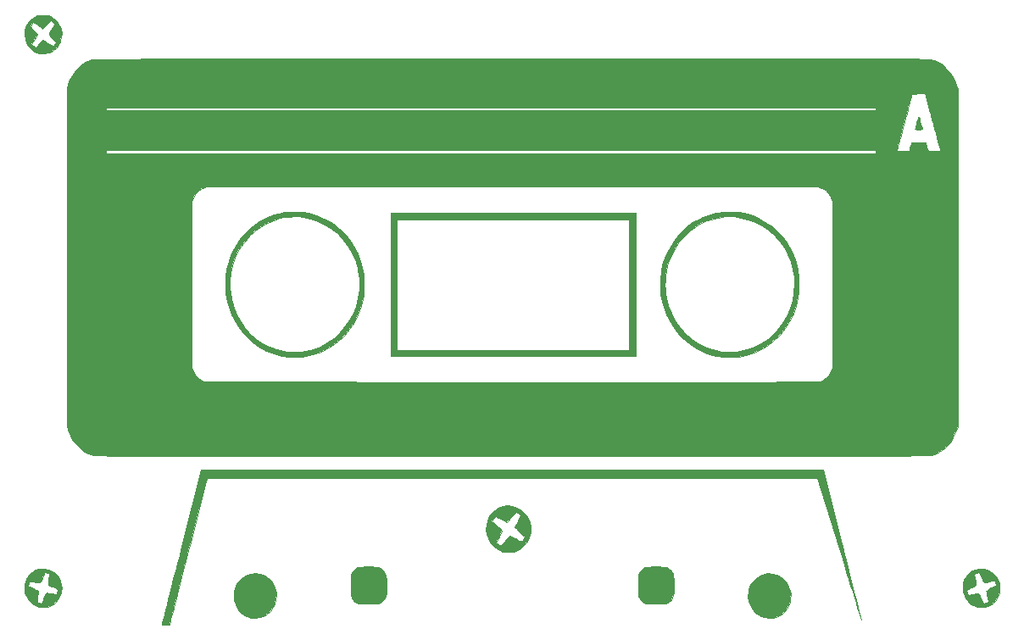
<source format=gbo>
%TF.GenerationSoftware,KiCad,Pcbnew,(5.1.9)-1*%
%TF.CreationDate,2021-11-29T08:04:12-06:00*%
%TF.ProjectId,chrimbus2021,63687269-6d62-4757-9332-3032312e6b69,rev?*%
%TF.SameCoordinates,Original*%
%TF.FileFunction,Legend,Bot*%
%TF.FilePolarity,Positive*%
%FSLAX46Y46*%
G04 Gerber Fmt 4.6, Leading zero omitted, Abs format (unit mm)*
G04 Created by KiCad (PCBNEW (5.1.9)-1) date 2021-11-29 08:04:12*
%MOMM*%
%LPD*%
G01*
G04 APERTURE LIST*
%ADD10C,0.100000*%
%ADD11C,0.010000*%
G04 APERTURE END LIST*
D10*
%TO.C,G\u002A\u002A\u002A*%
G36*
X91970000Y-106118000D02*
G01*
X92600000Y-106118000D01*
X92600000Y-91838000D01*
X91970000Y-91838000D01*
X91970000Y-106118000D01*
G37*
X91970000Y-106118000D02*
X92600000Y-106118000D01*
X92600000Y-91838000D01*
X91970000Y-91838000D01*
X91970000Y-106118000D01*
G36*
X91980000Y-106118000D02*
G01*
X116450000Y-106118000D01*
X116450000Y-105488000D01*
X91980000Y-105488000D01*
X91980000Y-106118000D01*
G37*
X91980000Y-106118000D02*
X116450000Y-106118000D01*
X116450000Y-105488000D01*
X91980000Y-105488000D01*
X91980000Y-106118000D01*
G36*
X115810000Y-106078000D02*
G01*
X116450000Y-106078000D01*
X116450000Y-91838000D01*
X115810000Y-91838000D01*
X115810000Y-106078000D01*
G37*
X115810000Y-106078000D02*
X116450000Y-106078000D01*
X116450000Y-91838000D01*
X115810000Y-91838000D01*
X115810000Y-106078000D01*
G36*
X91970000Y-92478000D02*
G01*
X116400000Y-92478000D01*
X116400000Y-91838000D01*
X91970000Y-91838000D01*
X91970000Y-92478000D01*
G37*
X91970000Y-92478000D02*
X116400000Y-92478000D01*
X116400000Y-91838000D01*
X91970000Y-91838000D01*
X91970000Y-92478000D01*
D11*
G36*
X144686208Y-82251414D02*
G01*
X144644018Y-82376257D01*
X144589238Y-82560095D01*
X144536226Y-82752589D01*
X144474828Y-82982841D01*
X144421310Y-83182758D01*
X144382181Y-83328070D01*
X144365567Y-83388861D01*
X144363500Y-83435059D01*
X144402585Y-83461935D01*
X144502271Y-83474537D01*
X144682006Y-83477914D01*
X144708737Y-83477940D01*
X144898081Y-83476288D01*
X145005601Y-83466827D01*
X145051268Y-83442797D01*
X145055056Y-83397439D01*
X145047166Y-83363411D01*
X144946539Y-82982019D01*
X144860566Y-82668201D01*
X144791433Y-82429453D01*
X144741325Y-82273272D01*
X144712429Y-82207156D01*
X144709529Y-82205395D01*
X144686208Y-82251414D01*
G37*
X144686208Y-82251414D02*
X144644018Y-82376257D01*
X144589238Y-82560095D01*
X144536226Y-82752589D01*
X144474828Y-82982841D01*
X144421310Y-83182758D01*
X144382181Y-83328070D01*
X144365567Y-83388861D01*
X144363500Y-83435059D01*
X144402585Y-83461935D01*
X144502271Y-83474537D01*
X144682006Y-83477914D01*
X144708737Y-83477940D01*
X144898081Y-83476288D01*
X145005601Y-83466827D01*
X145051268Y-83442797D01*
X145055056Y-83397439D01*
X145047166Y-83363411D01*
X144946539Y-82982019D01*
X144860566Y-82668201D01*
X144791433Y-82429453D01*
X144741325Y-82273272D01*
X144712429Y-82207156D01*
X144709529Y-82205395D01*
X144686208Y-82251414D01*
G36*
X82044425Y-91703578D02*
G01*
X81631665Y-91726448D01*
X81274130Y-91767053D01*
X81132385Y-91792562D01*
X80318049Y-92010485D01*
X79559453Y-92311840D01*
X78850644Y-92699913D01*
X78185672Y-93177994D01*
X77558585Y-93749369D01*
X77520955Y-93787799D01*
X76960057Y-94432547D01*
X76487472Y-95124238D01*
X76101157Y-95866820D01*
X75799067Y-96664243D01*
X75579159Y-97520457D01*
X75573015Y-97551085D01*
X75499420Y-98051561D01*
X75461066Y-98610647D01*
X75457953Y-99191442D01*
X75490081Y-99757047D01*
X75557450Y-100270562D01*
X75573015Y-100353090D01*
X75789502Y-101209115D01*
X76087988Y-102006379D01*
X76470989Y-102749732D01*
X76941020Y-103444021D01*
X77500596Y-104094097D01*
X77528492Y-104122975D01*
X78156293Y-104701865D01*
X78826886Y-105188577D01*
X79542165Y-105584161D01*
X80304030Y-105889666D01*
X81106934Y-106104606D01*
X81305323Y-106135705D01*
X81571206Y-106163458D01*
X81878787Y-106186626D01*
X82202268Y-106203965D01*
X82515856Y-106214236D01*
X82793752Y-106216196D01*
X83010163Y-106208604D01*
X83092104Y-106200137D01*
X83811992Y-106066945D01*
X84460700Y-105889392D01*
X85061731Y-105660511D01*
X85321899Y-105539408D01*
X86053704Y-105123828D01*
X86722936Y-104630120D01*
X87325918Y-104063191D01*
X87858975Y-103427948D01*
X88318430Y-102729300D01*
X88700608Y-101972153D01*
X89001832Y-101161416D01*
X89208858Y-100350041D01*
X89253730Y-100049370D01*
X89284741Y-99677423D01*
X89301911Y-99260547D01*
X89304170Y-98966721D01*
X88844350Y-98966721D01*
X88830120Y-99486811D01*
X88788320Y-99972261D01*
X88724693Y-100363782D01*
X88498993Y-101188888D01*
X88185704Y-101962219D01*
X87784964Y-102683517D01*
X87296907Y-103352524D01*
X86931112Y-103761075D01*
X86332946Y-104310400D01*
X85684638Y-104775953D01*
X84993404Y-105153858D01*
X84266457Y-105440236D01*
X83511013Y-105631210D01*
X83422966Y-105646824D01*
X83082458Y-105687902D01*
X82681345Y-105710059D01*
X82256476Y-105713308D01*
X81844703Y-105697662D01*
X81482877Y-105663133D01*
X81372135Y-105646116D01*
X80596338Y-105460890D01*
X79861575Y-105186273D01*
X79173078Y-104828178D01*
X78536084Y-104392518D01*
X77955826Y-103885203D01*
X77437540Y-103312147D01*
X76986460Y-102679261D01*
X76607821Y-101992457D01*
X76306857Y-101257647D01*
X76088803Y-100480744D01*
X75958894Y-99667659D01*
X75945197Y-99516941D01*
X75926712Y-98678718D01*
X76004950Y-97855670D01*
X76177106Y-97055595D01*
X76440376Y-96286294D01*
X76791956Y-95555566D01*
X77229042Y-94871209D01*
X77748827Y-94241025D01*
X77897883Y-94086298D01*
X78457177Y-93573710D01*
X79029843Y-93152227D01*
X79634206Y-92811270D01*
X80288591Y-92540259D01*
X80889868Y-92359046D01*
X81318735Y-92272727D01*
X81807194Y-92214591D01*
X82316416Y-92186808D01*
X82807571Y-92191547D01*
X83225147Y-92228582D01*
X83997202Y-92387430D01*
X84734170Y-92638142D01*
X85430185Y-92975065D01*
X86079380Y-93392544D01*
X86675888Y-93884925D01*
X87213844Y-94446552D01*
X87687379Y-95071771D01*
X88090629Y-95754927D01*
X88417726Y-96490365D01*
X88662804Y-97272432D01*
X88721933Y-97526852D01*
X88790224Y-97953918D01*
X88831041Y-98444815D01*
X88844350Y-98966721D01*
X89304170Y-98966721D01*
X89305260Y-98825092D01*
X89294809Y-98397405D01*
X89270578Y-98003836D01*
X89232587Y-97670732D01*
X89206692Y-97526837D01*
X88975436Y-96665643D01*
X88663590Y-95857395D01*
X88275374Y-95106438D01*
X87815006Y-94417118D01*
X87286704Y-93793779D01*
X86694688Y-93240767D01*
X86043175Y-92762428D01*
X85336385Y-92363106D01*
X84578535Y-92047148D01*
X83773845Y-91818898D01*
X83637252Y-91790046D01*
X83308823Y-91741675D01*
X82913527Y-91711160D01*
X82481887Y-91698471D01*
X82044425Y-91703578D01*
G37*
X82044425Y-91703578D02*
X81631665Y-91726448D01*
X81274130Y-91767053D01*
X81132385Y-91792562D01*
X80318049Y-92010485D01*
X79559453Y-92311840D01*
X78850644Y-92699913D01*
X78185672Y-93177994D01*
X77558585Y-93749369D01*
X77520955Y-93787799D01*
X76960057Y-94432547D01*
X76487472Y-95124238D01*
X76101157Y-95866820D01*
X75799067Y-96664243D01*
X75579159Y-97520457D01*
X75573015Y-97551085D01*
X75499420Y-98051561D01*
X75461066Y-98610647D01*
X75457953Y-99191442D01*
X75490081Y-99757047D01*
X75557450Y-100270562D01*
X75573015Y-100353090D01*
X75789502Y-101209115D01*
X76087988Y-102006379D01*
X76470989Y-102749732D01*
X76941020Y-103444021D01*
X77500596Y-104094097D01*
X77528492Y-104122975D01*
X78156293Y-104701865D01*
X78826886Y-105188577D01*
X79542165Y-105584161D01*
X80304030Y-105889666D01*
X81106934Y-106104606D01*
X81305323Y-106135705D01*
X81571206Y-106163458D01*
X81878787Y-106186626D01*
X82202268Y-106203965D01*
X82515856Y-106214236D01*
X82793752Y-106216196D01*
X83010163Y-106208604D01*
X83092104Y-106200137D01*
X83811992Y-106066945D01*
X84460700Y-105889392D01*
X85061731Y-105660511D01*
X85321899Y-105539408D01*
X86053704Y-105123828D01*
X86722936Y-104630120D01*
X87325918Y-104063191D01*
X87858975Y-103427948D01*
X88318430Y-102729300D01*
X88700608Y-101972153D01*
X89001832Y-101161416D01*
X89208858Y-100350041D01*
X89253730Y-100049370D01*
X89284741Y-99677423D01*
X89301911Y-99260547D01*
X89304170Y-98966721D01*
X88844350Y-98966721D01*
X88830120Y-99486811D01*
X88788320Y-99972261D01*
X88724693Y-100363782D01*
X88498993Y-101188888D01*
X88185704Y-101962219D01*
X87784964Y-102683517D01*
X87296907Y-103352524D01*
X86931112Y-103761075D01*
X86332946Y-104310400D01*
X85684638Y-104775953D01*
X84993404Y-105153858D01*
X84266457Y-105440236D01*
X83511013Y-105631210D01*
X83422966Y-105646824D01*
X83082458Y-105687902D01*
X82681345Y-105710059D01*
X82256476Y-105713308D01*
X81844703Y-105697662D01*
X81482877Y-105663133D01*
X81372135Y-105646116D01*
X80596338Y-105460890D01*
X79861575Y-105186273D01*
X79173078Y-104828178D01*
X78536084Y-104392518D01*
X77955826Y-103885203D01*
X77437540Y-103312147D01*
X76986460Y-102679261D01*
X76607821Y-101992457D01*
X76306857Y-101257647D01*
X76088803Y-100480744D01*
X75958894Y-99667659D01*
X75945197Y-99516941D01*
X75926712Y-98678718D01*
X76004950Y-97855670D01*
X76177106Y-97055595D01*
X76440376Y-96286294D01*
X76791956Y-95555566D01*
X77229042Y-94871209D01*
X77748827Y-94241025D01*
X77897883Y-94086298D01*
X78457177Y-93573710D01*
X79029843Y-93152227D01*
X79634206Y-92811270D01*
X80288591Y-92540259D01*
X80889868Y-92359046D01*
X81318735Y-92272727D01*
X81807194Y-92214591D01*
X82316416Y-92186808D01*
X82807571Y-92191547D01*
X83225147Y-92228582D01*
X83997202Y-92387430D01*
X84734170Y-92638142D01*
X85430185Y-92975065D01*
X86079380Y-93392544D01*
X86675888Y-93884925D01*
X87213844Y-94446552D01*
X87687379Y-95071771D01*
X88090629Y-95754927D01*
X88417726Y-96490365D01*
X88662804Y-97272432D01*
X88721933Y-97526852D01*
X88790224Y-97953918D01*
X88831041Y-98444815D01*
X88844350Y-98966721D01*
X89304170Y-98966721D01*
X89305260Y-98825092D01*
X89294809Y-98397405D01*
X89270578Y-98003836D01*
X89232587Y-97670732D01*
X89206692Y-97526837D01*
X88975436Y-96665643D01*
X88663590Y-95857395D01*
X88275374Y-95106438D01*
X87815006Y-94417118D01*
X87286704Y-93793779D01*
X86694688Y-93240767D01*
X86043175Y-92762428D01*
X85336385Y-92363106D01*
X84578535Y-92047148D01*
X83773845Y-91818898D01*
X83637252Y-91790046D01*
X83308823Y-91741675D01*
X82913527Y-91711160D01*
X82481887Y-91698471D01*
X82044425Y-91703578D01*
G36*
X125255458Y-91706027D02*
G01*
X124471131Y-91822038D01*
X123700626Y-92033725D01*
X122951992Y-92341805D01*
X122907199Y-92363740D01*
X122169680Y-92783627D01*
X121497001Y-93280212D01*
X120892451Y-93849100D01*
X120359320Y-94485896D01*
X119900899Y-95186209D01*
X119520477Y-95945642D01*
X119221344Y-96759804D01*
X119020616Y-97554135D01*
X118974403Y-97866270D01*
X118943063Y-98251197D01*
X118926595Y-98680998D01*
X118924998Y-99127756D01*
X118938274Y-99563550D01*
X118966422Y-99960463D01*
X119009442Y-100290576D01*
X119020616Y-100350041D01*
X119238975Y-101196955D01*
X119541208Y-101997156D01*
X119922673Y-102745286D01*
X120378732Y-103435986D01*
X120904746Y-104063900D01*
X121496074Y-104623669D01*
X122148078Y-105109936D01*
X122856117Y-105517343D01*
X123615554Y-105840531D01*
X123840703Y-105916454D01*
X124537573Y-106092597D01*
X125274979Y-106195407D01*
X126019892Y-106221926D01*
X126708090Y-106173291D01*
X127489599Y-106022580D01*
X128243421Y-105777958D01*
X128962823Y-105445136D01*
X129641071Y-105029827D01*
X130271431Y-104537743D01*
X130847172Y-103974596D01*
X131361559Y-103346099D01*
X131807859Y-102657963D01*
X132179339Y-101915902D01*
X132398645Y-101345676D01*
X132565145Y-100784640D01*
X132678722Y-100230851D01*
X132744469Y-99651285D01*
X132767476Y-99012919D01*
X132767624Y-98952088D01*
X132298992Y-98952088D01*
X132251032Y-99806670D01*
X132108166Y-100628225D01*
X131871917Y-101413016D01*
X131543807Y-102157308D01*
X131125359Y-102857364D01*
X130618096Y-103509447D01*
X130306478Y-103841613D01*
X129692624Y-104386534D01*
X129030647Y-104842765D01*
X128323903Y-105208535D01*
X127575744Y-105482070D01*
X126897090Y-105643039D01*
X126559142Y-105686379D01*
X126157088Y-105709890D01*
X125726686Y-105713511D01*
X125303696Y-105697184D01*
X124923877Y-105660847D01*
X124826643Y-105646515D01*
X124070941Y-105476773D01*
X123358698Y-105218531D01*
X122684942Y-104869181D01*
X122044699Y-104426115D01*
X121432997Y-103886724D01*
X121389315Y-103843494D01*
X120831837Y-103221033D01*
X120364272Y-102553718D01*
X119984396Y-101837350D01*
X119689981Y-101067729D01*
X119478803Y-100240656D01*
X119478349Y-100238372D01*
X119426027Y-99875016D01*
X119395354Y-99443265D01*
X119386024Y-98974129D01*
X119397733Y-98498621D01*
X119430174Y-98047752D01*
X119483042Y-97652534D01*
X119504931Y-97539556D01*
X119717017Y-96744244D01*
X120003438Y-96012816D01*
X120370680Y-95333256D01*
X120825231Y-94693551D01*
X121369775Y-94085517D01*
X121903273Y-93590984D01*
X122440686Y-93184762D01*
X123001459Y-92854552D01*
X123605038Y-92588052D01*
X123902550Y-92483425D01*
X124658230Y-92288516D01*
X125422124Y-92191362D01*
X126185711Y-92189300D01*
X126940470Y-92279666D01*
X127677880Y-92459797D01*
X128389420Y-92727029D01*
X129066567Y-93078699D01*
X129700802Y-93512144D01*
X130283602Y-94024699D01*
X130806447Y-94613702D01*
X130834806Y-94650223D01*
X131086436Y-94987243D01*
X131286426Y-95282308D01*
X131454099Y-95566456D01*
X131608778Y-95870726D01*
X131652009Y-95962927D01*
X131949303Y-96708806D01*
X132153540Y-97464378D01*
X132268543Y-98247313D01*
X132298992Y-98952088D01*
X132767624Y-98952088D01*
X132735760Y-98172910D01*
X132636307Y-97447911D01*
X132463473Y-96750368D01*
X132211466Y-96053559D01*
X132069253Y-95730004D01*
X131780539Y-95189546D01*
X131415761Y-94640412D01*
X130994745Y-94106643D01*
X130537313Y-93612285D01*
X130063288Y-93181380D01*
X129800983Y-92978914D01*
X129102738Y-92535958D01*
X128370025Y-92184367D01*
X127610891Y-91924860D01*
X126833387Y-91758156D01*
X126045560Y-91684972D01*
X125255458Y-91706027D01*
G37*
X125255458Y-91706027D02*
X124471131Y-91822038D01*
X123700626Y-92033725D01*
X122951992Y-92341805D01*
X122907199Y-92363740D01*
X122169680Y-92783627D01*
X121497001Y-93280212D01*
X120892451Y-93849100D01*
X120359320Y-94485896D01*
X119900899Y-95186209D01*
X119520477Y-95945642D01*
X119221344Y-96759804D01*
X119020616Y-97554135D01*
X118974403Y-97866270D01*
X118943063Y-98251197D01*
X118926595Y-98680998D01*
X118924998Y-99127756D01*
X118938274Y-99563550D01*
X118966422Y-99960463D01*
X119009442Y-100290576D01*
X119020616Y-100350041D01*
X119238975Y-101196955D01*
X119541208Y-101997156D01*
X119922673Y-102745286D01*
X120378732Y-103435986D01*
X120904746Y-104063900D01*
X121496074Y-104623669D01*
X122148078Y-105109936D01*
X122856117Y-105517343D01*
X123615554Y-105840531D01*
X123840703Y-105916454D01*
X124537573Y-106092597D01*
X125274979Y-106195407D01*
X126019892Y-106221926D01*
X126708090Y-106173291D01*
X127489599Y-106022580D01*
X128243421Y-105777958D01*
X128962823Y-105445136D01*
X129641071Y-105029827D01*
X130271431Y-104537743D01*
X130847172Y-103974596D01*
X131361559Y-103346099D01*
X131807859Y-102657963D01*
X132179339Y-101915902D01*
X132398645Y-101345676D01*
X132565145Y-100784640D01*
X132678722Y-100230851D01*
X132744469Y-99651285D01*
X132767476Y-99012919D01*
X132767624Y-98952088D01*
X132298992Y-98952088D01*
X132251032Y-99806670D01*
X132108166Y-100628225D01*
X131871917Y-101413016D01*
X131543807Y-102157308D01*
X131125359Y-102857364D01*
X130618096Y-103509447D01*
X130306478Y-103841613D01*
X129692624Y-104386534D01*
X129030647Y-104842765D01*
X128323903Y-105208535D01*
X127575744Y-105482070D01*
X126897090Y-105643039D01*
X126559142Y-105686379D01*
X126157088Y-105709890D01*
X125726686Y-105713511D01*
X125303696Y-105697184D01*
X124923877Y-105660847D01*
X124826643Y-105646515D01*
X124070941Y-105476773D01*
X123358698Y-105218531D01*
X122684942Y-104869181D01*
X122044699Y-104426115D01*
X121432997Y-103886724D01*
X121389315Y-103843494D01*
X120831837Y-103221033D01*
X120364272Y-102553718D01*
X119984396Y-101837350D01*
X119689981Y-101067729D01*
X119478803Y-100240656D01*
X119478349Y-100238372D01*
X119426027Y-99875016D01*
X119395354Y-99443265D01*
X119386024Y-98974129D01*
X119397733Y-98498621D01*
X119430174Y-98047752D01*
X119483042Y-97652534D01*
X119504931Y-97539556D01*
X119717017Y-96744244D01*
X120003438Y-96012816D01*
X120370680Y-95333256D01*
X120825231Y-94693551D01*
X121369775Y-94085517D01*
X121903273Y-93590984D01*
X122440686Y-93184762D01*
X123001459Y-92854552D01*
X123605038Y-92588052D01*
X123902550Y-92483425D01*
X124658230Y-92288516D01*
X125422124Y-92191362D01*
X126185711Y-92189300D01*
X126940470Y-92279666D01*
X127677880Y-92459797D01*
X128389420Y-92727029D01*
X129066567Y-93078699D01*
X129700802Y-93512144D01*
X130283602Y-94024699D01*
X130806447Y-94613702D01*
X130834806Y-94650223D01*
X131086436Y-94987243D01*
X131286426Y-95282308D01*
X131454099Y-95566456D01*
X131608778Y-95870726D01*
X131652009Y-95962927D01*
X131949303Y-96708806D01*
X132153540Y-97464378D01*
X132268543Y-98247313D01*
X132298992Y-98952088D01*
X132767624Y-98952088D01*
X132735760Y-98172910D01*
X132636307Y-97447911D01*
X132463473Y-96750368D01*
X132211466Y-96053559D01*
X132069253Y-95730004D01*
X131780539Y-95189546D01*
X131415761Y-94640412D01*
X130994745Y-94106643D01*
X130537313Y-93612285D01*
X130063288Y-93181380D01*
X129800983Y-92978914D01*
X129102738Y-92535958D01*
X128370025Y-92184367D01*
X127610891Y-91924860D01*
X126833387Y-91758156D01*
X126045560Y-91684972D01*
X125255458Y-91706027D01*
G36*
X56917933Y-72066359D02*
G01*
X56642895Y-72121751D01*
X56402803Y-72228735D01*
X56166133Y-72399309D01*
X56034190Y-72516899D01*
X55750451Y-72848927D01*
X55550393Y-73227561D01*
X55436689Y-73637748D01*
X55412011Y-74064437D01*
X55479032Y-74492576D01*
X55617753Y-74862200D01*
X55788974Y-75129505D01*
X56025504Y-75387976D01*
X56297227Y-75609900D01*
X56574023Y-75767564D01*
X56623315Y-75787451D01*
X56989764Y-75877170D01*
X57381219Y-75891196D01*
X57759892Y-75829979D01*
X57931227Y-75771872D01*
X58303785Y-75568128D01*
X58609207Y-75299237D01*
X58845155Y-74978567D01*
X58940368Y-74770272D01*
X58541379Y-74770272D01*
X58437254Y-74916502D01*
X58348132Y-75036533D01*
X58273704Y-75106112D01*
X58194458Y-75123302D01*
X58090882Y-75086164D01*
X57943466Y-74992762D01*
X57741241Y-74847379D01*
X57287844Y-74517089D01*
X56905014Y-74899919D01*
X56744474Y-75056975D01*
X56609209Y-75182820D01*
X56515793Y-75262424D01*
X56482849Y-75282749D01*
X56425368Y-75250868D01*
X56324066Y-75169939D01*
X56265340Y-75117318D01*
X56087165Y-74951888D01*
X56713269Y-74011116D01*
X56591865Y-73861414D01*
X56495610Y-73745839D01*
X56361521Y-73588651D01*
X56223483Y-73429451D01*
X55976505Y-73147189D01*
X56301285Y-72737121D01*
X56462225Y-72848944D01*
X56586135Y-72937751D01*
X56753606Y-73061207D01*
X56920703Y-73186783D01*
X57218240Y-73412799D01*
X57617478Y-73015902D01*
X58016716Y-72619006D01*
X58197997Y-72757276D01*
X58308343Y-72856885D01*
X58372598Y-72944770D01*
X58379278Y-72969807D01*
X58352367Y-73041556D01*
X58279849Y-73175316D01*
X58174045Y-73349382D01*
X58092395Y-73475157D01*
X57970518Y-73656377D01*
X57891568Y-73787357D01*
X57859004Y-73890046D01*
X57876286Y-73986395D01*
X57946873Y-74098353D01*
X58074227Y-74247870D01*
X58243996Y-74436900D01*
X58541379Y-74770272D01*
X58940368Y-74770272D01*
X59009292Y-74619489D01*
X59099281Y-74235372D01*
X59112784Y-73839588D01*
X59047463Y-73445505D01*
X58900982Y-73066494D01*
X58671002Y-72715924D01*
X58497922Y-72530410D01*
X58248095Y-72317005D01*
X58012770Y-72174835D01*
X57760301Y-72091640D01*
X57459042Y-72055157D01*
X57259439Y-72050561D01*
X56917933Y-72066359D01*
G37*
X56917933Y-72066359D02*
X56642895Y-72121751D01*
X56402803Y-72228735D01*
X56166133Y-72399309D01*
X56034190Y-72516899D01*
X55750451Y-72848927D01*
X55550393Y-73227561D01*
X55436689Y-73637748D01*
X55412011Y-74064437D01*
X55479032Y-74492576D01*
X55617753Y-74862200D01*
X55788974Y-75129505D01*
X56025504Y-75387976D01*
X56297227Y-75609900D01*
X56574023Y-75767564D01*
X56623315Y-75787451D01*
X56989764Y-75877170D01*
X57381219Y-75891196D01*
X57759892Y-75829979D01*
X57931227Y-75771872D01*
X58303785Y-75568128D01*
X58609207Y-75299237D01*
X58845155Y-74978567D01*
X58940368Y-74770272D01*
X58541379Y-74770272D01*
X58437254Y-74916502D01*
X58348132Y-75036533D01*
X58273704Y-75106112D01*
X58194458Y-75123302D01*
X58090882Y-75086164D01*
X57943466Y-74992762D01*
X57741241Y-74847379D01*
X57287844Y-74517089D01*
X56905014Y-74899919D01*
X56744474Y-75056975D01*
X56609209Y-75182820D01*
X56515793Y-75262424D01*
X56482849Y-75282749D01*
X56425368Y-75250868D01*
X56324066Y-75169939D01*
X56265340Y-75117318D01*
X56087165Y-74951888D01*
X56713269Y-74011116D01*
X56591865Y-73861414D01*
X56495610Y-73745839D01*
X56361521Y-73588651D01*
X56223483Y-73429451D01*
X55976505Y-73147189D01*
X56301285Y-72737121D01*
X56462225Y-72848944D01*
X56586135Y-72937751D01*
X56753606Y-73061207D01*
X56920703Y-73186783D01*
X57218240Y-73412799D01*
X57617478Y-73015902D01*
X58016716Y-72619006D01*
X58197997Y-72757276D01*
X58308343Y-72856885D01*
X58372598Y-72944770D01*
X58379278Y-72969807D01*
X58352367Y-73041556D01*
X58279849Y-73175316D01*
X58174045Y-73349382D01*
X58092395Y-73475157D01*
X57970518Y-73656377D01*
X57891568Y-73787357D01*
X57859004Y-73890046D01*
X57876286Y-73986395D01*
X57946873Y-74098353D01*
X58074227Y-74247870D01*
X58243996Y-74436900D01*
X58541379Y-74770272D01*
X58940368Y-74770272D01*
X59009292Y-74619489D01*
X59099281Y-74235372D01*
X59112784Y-73839588D01*
X59047463Y-73445505D01*
X58900982Y-73066494D01*
X58671002Y-72715924D01*
X58497922Y-72530410D01*
X58248095Y-72317005D01*
X58012770Y-72174835D01*
X57760301Y-72091640D01*
X57459042Y-72055157D01*
X57259439Y-72050561D01*
X56917933Y-72066359D01*
G36*
X122651350Y-76411164D02*
G01*
X120865789Y-76411319D01*
X118993652Y-76411563D01*
X117032973Y-76411893D01*
X114981786Y-76412306D01*
X112838126Y-76412801D01*
X110600028Y-76413373D01*
X108265524Y-76414020D01*
X105832650Y-76414740D01*
X103951487Y-76415323D01*
X101476464Y-76416111D01*
X99101190Y-76416887D01*
X96823608Y-76417655D01*
X94641664Y-76418421D01*
X92553302Y-76419189D01*
X90556465Y-76419964D01*
X88649100Y-76420752D01*
X86829150Y-76421556D01*
X85094560Y-76422383D01*
X83443275Y-76423237D01*
X81873238Y-76424122D01*
X80382395Y-76425044D01*
X78968691Y-76426008D01*
X77630069Y-76427018D01*
X76364474Y-76428080D01*
X75169851Y-76429198D01*
X74044144Y-76430378D01*
X72985298Y-76431623D01*
X71991257Y-76432940D01*
X71059967Y-76434333D01*
X70189370Y-76435806D01*
X69377413Y-76437366D01*
X68622040Y-76439016D01*
X67921194Y-76440762D01*
X67272821Y-76442609D01*
X66674866Y-76444561D01*
X66125272Y-76446623D01*
X65621984Y-76448801D01*
X65162947Y-76451099D01*
X64746106Y-76453522D01*
X64369404Y-76456075D01*
X64030787Y-76458763D01*
X63728199Y-76461591D01*
X63459584Y-76464564D01*
X63222888Y-76467686D01*
X63016054Y-76470963D01*
X62837027Y-76474400D01*
X62683752Y-76478001D01*
X62554173Y-76481771D01*
X62446235Y-76485715D01*
X62357883Y-76489839D01*
X62287060Y-76494147D01*
X62231712Y-76498643D01*
X62189782Y-76503334D01*
X62159216Y-76508223D01*
X62137959Y-76513316D01*
X62132074Y-76515241D01*
X61558401Y-76771405D01*
X61049091Y-77105678D01*
X60606930Y-77515104D01*
X60234706Y-77996722D01*
X59935204Y-78547573D01*
X59745637Y-79049483D01*
X59626372Y-79431246D01*
X59626372Y-113077338D01*
X59745637Y-113459102D01*
X59975565Y-114048016D01*
X60275760Y-114577168D01*
X60639715Y-115039936D01*
X61060925Y-115429702D01*
X61532881Y-115739843D01*
X62049077Y-115963740D01*
X62271235Y-116028878D01*
X62296974Y-116033497D01*
X62338452Y-116037929D01*
X62397685Y-116042178D01*
X62476692Y-116046247D01*
X62577489Y-116050141D01*
X62702096Y-116053862D01*
X62852528Y-116057414D01*
X63030805Y-116060800D01*
X63238942Y-116064025D01*
X63478959Y-116067092D01*
X63752872Y-116070003D01*
X64062699Y-116072764D01*
X64410458Y-116075377D01*
X64798165Y-116077846D01*
X65227840Y-116080175D01*
X65701499Y-116082367D01*
X66221159Y-116084425D01*
X66788839Y-116086353D01*
X67406556Y-116088156D01*
X68076328Y-116089835D01*
X68800172Y-116091396D01*
X69580105Y-116092840D01*
X70418146Y-116094173D01*
X71316311Y-116095397D01*
X72276619Y-116096517D01*
X73301087Y-116097534D01*
X74391732Y-116098455D01*
X75550573Y-116099280D01*
X76779626Y-116100015D01*
X78080910Y-116100663D01*
X79456441Y-116101228D01*
X80908237Y-116101712D01*
X82438317Y-116102120D01*
X84048697Y-116102455D01*
X85741395Y-116102720D01*
X87518428Y-116102920D01*
X89381815Y-116103057D01*
X91333573Y-116103136D01*
X93375719Y-116103159D01*
X95510271Y-116103131D01*
X97739246Y-116103055D01*
X100064662Y-116102934D01*
X102488537Y-116102773D01*
X104137969Y-116102646D01*
X106632871Y-116102429D01*
X109027970Y-116102187D01*
X111325265Y-116101916D01*
X113526758Y-116101612D01*
X115634448Y-116101272D01*
X117650336Y-116100891D01*
X119576422Y-116100466D01*
X121414705Y-116099993D01*
X123167187Y-116099469D01*
X124835868Y-116098889D01*
X126422747Y-116098250D01*
X127929826Y-116097549D01*
X129359103Y-116096780D01*
X130712581Y-116095942D01*
X131992257Y-116095029D01*
X133200134Y-116094038D01*
X134338212Y-116092965D01*
X135408489Y-116091808D01*
X136412968Y-116090561D01*
X137353647Y-116089221D01*
X138232528Y-116087784D01*
X139051610Y-116086247D01*
X139812893Y-116084606D01*
X140518379Y-116082857D01*
X141170067Y-116080997D01*
X141769957Y-116079021D01*
X142320050Y-116076926D01*
X142822345Y-116074708D01*
X143278844Y-116072363D01*
X143691546Y-116069887D01*
X144062452Y-116067278D01*
X144393562Y-116064531D01*
X144686876Y-116061642D01*
X144944394Y-116058607D01*
X145168116Y-116055424D01*
X145360044Y-116052087D01*
X145522176Y-116048594D01*
X145656514Y-116044940D01*
X145765057Y-116041122D01*
X145849806Y-116037136D01*
X145912762Y-116032979D01*
X145955923Y-116028645D01*
X145981282Y-116024135D01*
X146524186Y-115826969D01*
X147020316Y-115542193D01*
X147464094Y-115175292D01*
X147849942Y-114731752D01*
X148172280Y-114217059D01*
X148425532Y-113636698D01*
X148434282Y-113611807D01*
X148602725Y-113128240D01*
X148602725Y-90629643D01*
X136131783Y-90629643D01*
X136131783Y-107274533D01*
X135972043Y-107611675D01*
X135733222Y-108016606D01*
X135441390Y-108334804D01*
X135096047Y-108566753D01*
X134890681Y-108655048D01*
X134862277Y-108659713D01*
X134802344Y-108664152D01*
X134708732Y-108668370D01*
X134579293Y-108672369D01*
X134411879Y-108676155D01*
X134204340Y-108679730D01*
X133954528Y-108683099D01*
X133660295Y-108686265D01*
X133319491Y-108689233D01*
X132929967Y-108692006D01*
X132489577Y-108694588D01*
X131996169Y-108696982D01*
X131447597Y-108699194D01*
X130841711Y-108701226D01*
X130176362Y-108703083D01*
X129449402Y-108704768D01*
X128658683Y-108706285D01*
X127802055Y-108707639D01*
X126877370Y-108708832D01*
X125882479Y-108709868D01*
X124815233Y-108710753D01*
X123673484Y-108711489D01*
X122455084Y-108712080D01*
X121157883Y-108712530D01*
X119779732Y-108712843D01*
X118318484Y-108713023D01*
X116771989Y-108713074D01*
X115138099Y-108712999D01*
X113414665Y-108712803D01*
X111599539Y-108712489D01*
X109690571Y-108712061D01*
X107685613Y-108711523D01*
X105582517Y-108710879D01*
X104038196Y-108710363D01*
X73369859Y-108699783D01*
X73100670Y-108550650D01*
X72756277Y-108302286D01*
X72465569Y-107970965D01*
X72258394Y-107614537D01*
X72097314Y-107274533D01*
X72097314Y-90629643D01*
X72258394Y-90289639D01*
X72492933Y-89893989D01*
X72785010Y-89579890D01*
X73140524Y-89341157D01*
X73184393Y-89318918D01*
X73520424Y-89153491D01*
X134708673Y-89153491D01*
X135044704Y-89318918D01*
X135407665Y-89549624D01*
X135706529Y-89855006D01*
X135947196Y-90241247D01*
X135970703Y-90289639D01*
X136131783Y-90629643D01*
X148602725Y-90629643D01*
X148602725Y-85591218D01*
X146897515Y-85591218D01*
X146849895Y-85600757D01*
X146720055Y-85606508D01*
X146527522Y-85608049D01*
X146291822Y-85604956D01*
X146278588Y-85604657D01*
X145659661Y-85590364D01*
X145550139Y-85183150D01*
X145440616Y-84775936D01*
X144720699Y-84761827D01*
X144000781Y-84747718D01*
X143950251Y-84939983D01*
X143905496Y-85113546D01*
X143854948Y-85314055D01*
X143840070Y-85374032D01*
X143780419Y-85615815D01*
X143151787Y-85615815D01*
X142877755Y-85613358D01*
X142693399Y-85605145D01*
X142586691Y-85589913D01*
X142545603Y-85566400D01*
X142545595Y-85564914D01*
X140432986Y-85564914D01*
X140432986Y-85870324D01*
X63520360Y-85870324D01*
X63520360Y-85564914D01*
X140432986Y-85564914D01*
X142545595Y-85564914D01*
X142545519Y-85552188D01*
X142563006Y-85491042D01*
X142603502Y-85343353D01*
X142664145Y-85119823D01*
X142742075Y-84831149D01*
X142834431Y-84488033D01*
X142938351Y-84101175D01*
X143050974Y-83681273D01*
X143169440Y-83239029D01*
X143290888Y-82785142D01*
X143412456Y-82330312D01*
X143531283Y-81885239D01*
X143644509Y-81460624D01*
X143676609Y-81340064D01*
X140432986Y-81340064D01*
X140432986Y-81594573D01*
X63520360Y-81594573D01*
X63520360Y-81340064D01*
X140432986Y-81340064D01*
X143676609Y-81340064D01*
X143749273Y-81067165D01*
X143842712Y-80715563D01*
X143921967Y-80416517D01*
X143984176Y-80180728D01*
X144026479Y-80018896D01*
X144046014Y-79941721D01*
X144047014Y-79936754D01*
X144094676Y-79928380D01*
X144224707Y-79921479D01*
X144417678Y-79916733D01*
X144654156Y-79914823D01*
X144673074Y-79914813D01*
X145299134Y-79914813D01*
X145644506Y-81123731D01*
X145765871Y-81549423D01*
X145893765Y-81999586D01*
X146025269Y-82463815D01*
X146157463Y-82931702D01*
X146287431Y-83392841D01*
X146412252Y-83836826D01*
X146529007Y-84253250D01*
X146634779Y-84631706D01*
X146726648Y-84961788D01*
X146801696Y-85233088D01*
X146857003Y-85435202D01*
X146889652Y-85557721D01*
X146897515Y-85591218D01*
X148602725Y-85591218D01*
X148602725Y-79431246D01*
X148483461Y-79049483D01*
X148298947Y-78549655D01*
X148072689Y-78117435D01*
X147785594Y-77721183D01*
X147484925Y-77394443D01*
X147080635Y-77035039D01*
X146673809Y-76765778D01*
X146246160Y-76576225D01*
X145871790Y-76473921D01*
X145840433Y-76469600D01*
X145787372Y-76465458D01*
X145710639Y-76461494D01*
X145608269Y-76457703D01*
X145478297Y-76454084D01*
X145318756Y-76450634D01*
X145127681Y-76447349D01*
X144903107Y-76444227D01*
X144643066Y-76441266D01*
X144345594Y-76438463D01*
X144008724Y-76435814D01*
X143630492Y-76433318D01*
X143208930Y-76430970D01*
X142742074Y-76428770D01*
X142227958Y-76426713D01*
X141664616Y-76424798D01*
X141050081Y-76423020D01*
X140382389Y-76421379D01*
X139659573Y-76419870D01*
X138879668Y-76418492D01*
X138040708Y-76417241D01*
X137140727Y-76416114D01*
X136177760Y-76415110D01*
X135149840Y-76414224D01*
X134055002Y-76413455D01*
X132891280Y-76412800D01*
X131656708Y-76412256D01*
X130349321Y-76411819D01*
X128967152Y-76411488D01*
X127508237Y-76411260D01*
X125970608Y-76411132D01*
X124352302Y-76411101D01*
X122651350Y-76411164D01*
G37*
X122651350Y-76411164D02*
X120865789Y-76411319D01*
X118993652Y-76411563D01*
X117032973Y-76411893D01*
X114981786Y-76412306D01*
X112838126Y-76412801D01*
X110600028Y-76413373D01*
X108265524Y-76414020D01*
X105832650Y-76414740D01*
X103951487Y-76415323D01*
X101476464Y-76416111D01*
X99101190Y-76416887D01*
X96823608Y-76417655D01*
X94641664Y-76418421D01*
X92553302Y-76419189D01*
X90556465Y-76419964D01*
X88649100Y-76420752D01*
X86829150Y-76421556D01*
X85094560Y-76422383D01*
X83443275Y-76423237D01*
X81873238Y-76424122D01*
X80382395Y-76425044D01*
X78968691Y-76426008D01*
X77630069Y-76427018D01*
X76364474Y-76428080D01*
X75169851Y-76429198D01*
X74044144Y-76430378D01*
X72985298Y-76431623D01*
X71991257Y-76432940D01*
X71059967Y-76434333D01*
X70189370Y-76435806D01*
X69377413Y-76437366D01*
X68622040Y-76439016D01*
X67921194Y-76440762D01*
X67272821Y-76442609D01*
X66674866Y-76444561D01*
X66125272Y-76446623D01*
X65621984Y-76448801D01*
X65162947Y-76451099D01*
X64746106Y-76453522D01*
X64369404Y-76456075D01*
X64030787Y-76458763D01*
X63728199Y-76461591D01*
X63459584Y-76464564D01*
X63222888Y-76467686D01*
X63016054Y-76470963D01*
X62837027Y-76474400D01*
X62683752Y-76478001D01*
X62554173Y-76481771D01*
X62446235Y-76485715D01*
X62357883Y-76489839D01*
X62287060Y-76494147D01*
X62231712Y-76498643D01*
X62189782Y-76503334D01*
X62159216Y-76508223D01*
X62137959Y-76513316D01*
X62132074Y-76515241D01*
X61558401Y-76771405D01*
X61049091Y-77105678D01*
X60606930Y-77515104D01*
X60234706Y-77996722D01*
X59935204Y-78547573D01*
X59745637Y-79049483D01*
X59626372Y-79431246D01*
X59626372Y-113077338D01*
X59745637Y-113459102D01*
X59975565Y-114048016D01*
X60275760Y-114577168D01*
X60639715Y-115039936D01*
X61060925Y-115429702D01*
X61532881Y-115739843D01*
X62049077Y-115963740D01*
X62271235Y-116028878D01*
X62296974Y-116033497D01*
X62338452Y-116037929D01*
X62397685Y-116042178D01*
X62476692Y-116046247D01*
X62577489Y-116050141D01*
X62702096Y-116053862D01*
X62852528Y-116057414D01*
X63030805Y-116060800D01*
X63238942Y-116064025D01*
X63478959Y-116067092D01*
X63752872Y-116070003D01*
X64062699Y-116072764D01*
X64410458Y-116075377D01*
X64798165Y-116077846D01*
X65227840Y-116080175D01*
X65701499Y-116082367D01*
X66221159Y-116084425D01*
X66788839Y-116086353D01*
X67406556Y-116088156D01*
X68076328Y-116089835D01*
X68800172Y-116091396D01*
X69580105Y-116092840D01*
X70418146Y-116094173D01*
X71316311Y-116095397D01*
X72276619Y-116096517D01*
X73301087Y-116097534D01*
X74391732Y-116098455D01*
X75550573Y-116099280D01*
X76779626Y-116100015D01*
X78080910Y-116100663D01*
X79456441Y-116101228D01*
X80908237Y-116101712D01*
X82438317Y-116102120D01*
X84048697Y-116102455D01*
X85741395Y-116102720D01*
X87518428Y-116102920D01*
X89381815Y-116103057D01*
X91333573Y-116103136D01*
X93375719Y-116103159D01*
X95510271Y-116103131D01*
X97739246Y-116103055D01*
X100064662Y-116102934D01*
X102488537Y-116102773D01*
X104137969Y-116102646D01*
X106632871Y-116102429D01*
X109027970Y-116102187D01*
X111325265Y-116101916D01*
X113526758Y-116101612D01*
X115634448Y-116101272D01*
X117650336Y-116100891D01*
X119576422Y-116100466D01*
X121414705Y-116099993D01*
X123167187Y-116099469D01*
X124835868Y-116098889D01*
X126422747Y-116098250D01*
X127929826Y-116097549D01*
X129359103Y-116096780D01*
X130712581Y-116095942D01*
X131992257Y-116095029D01*
X133200134Y-116094038D01*
X134338212Y-116092965D01*
X135408489Y-116091808D01*
X136412968Y-116090561D01*
X137353647Y-116089221D01*
X138232528Y-116087784D01*
X139051610Y-116086247D01*
X139812893Y-116084606D01*
X140518379Y-116082857D01*
X141170067Y-116080997D01*
X141769957Y-116079021D01*
X142320050Y-116076926D01*
X142822345Y-116074708D01*
X143278844Y-116072363D01*
X143691546Y-116069887D01*
X144062452Y-116067278D01*
X144393562Y-116064531D01*
X144686876Y-116061642D01*
X144944394Y-116058607D01*
X145168116Y-116055424D01*
X145360044Y-116052087D01*
X145522176Y-116048594D01*
X145656514Y-116044940D01*
X145765057Y-116041122D01*
X145849806Y-116037136D01*
X145912762Y-116032979D01*
X145955923Y-116028645D01*
X145981282Y-116024135D01*
X146524186Y-115826969D01*
X147020316Y-115542193D01*
X147464094Y-115175292D01*
X147849942Y-114731752D01*
X148172280Y-114217059D01*
X148425532Y-113636698D01*
X148434282Y-113611807D01*
X148602725Y-113128240D01*
X148602725Y-90629643D01*
X136131783Y-90629643D01*
X136131783Y-107274533D01*
X135972043Y-107611675D01*
X135733222Y-108016606D01*
X135441390Y-108334804D01*
X135096047Y-108566753D01*
X134890681Y-108655048D01*
X134862277Y-108659713D01*
X134802344Y-108664152D01*
X134708732Y-108668370D01*
X134579293Y-108672369D01*
X134411879Y-108676155D01*
X134204340Y-108679730D01*
X133954528Y-108683099D01*
X133660295Y-108686265D01*
X133319491Y-108689233D01*
X132929967Y-108692006D01*
X132489577Y-108694588D01*
X131996169Y-108696982D01*
X131447597Y-108699194D01*
X130841711Y-108701226D01*
X130176362Y-108703083D01*
X129449402Y-108704768D01*
X128658683Y-108706285D01*
X127802055Y-108707639D01*
X126877370Y-108708832D01*
X125882479Y-108709868D01*
X124815233Y-108710753D01*
X123673484Y-108711489D01*
X122455084Y-108712080D01*
X121157883Y-108712530D01*
X119779732Y-108712843D01*
X118318484Y-108713023D01*
X116771989Y-108713074D01*
X115138099Y-108712999D01*
X113414665Y-108712803D01*
X111599539Y-108712489D01*
X109690571Y-108712061D01*
X107685613Y-108711523D01*
X105582517Y-108710879D01*
X104038196Y-108710363D01*
X73369859Y-108699783D01*
X73100670Y-108550650D01*
X72756277Y-108302286D01*
X72465569Y-107970965D01*
X72258394Y-107614537D01*
X72097314Y-107274533D01*
X72097314Y-90629643D01*
X72258394Y-90289639D01*
X72492933Y-89893989D01*
X72785010Y-89579890D01*
X73140524Y-89341157D01*
X73184393Y-89318918D01*
X73520424Y-89153491D01*
X134708673Y-89153491D01*
X135044704Y-89318918D01*
X135407665Y-89549624D01*
X135706529Y-89855006D01*
X135947196Y-90241247D01*
X135970703Y-90289639D01*
X136131783Y-90629643D01*
X148602725Y-90629643D01*
X148602725Y-85591218D01*
X146897515Y-85591218D01*
X146849895Y-85600757D01*
X146720055Y-85606508D01*
X146527522Y-85608049D01*
X146291822Y-85604956D01*
X146278588Y-85604657D01*
X145659661Y-85590364D01*
X145550139Y-85183150D01*
X145440616Y-84775936D01*
X144720699Y-84761827D01*
X144000781Y-84747718D01*
X143950251Y-84939983D01*
X143905496Y-85113546D01*
X143854948Y-85314055D01*
X143840070Y-85374032D01*
X143780419Y-85615815D01*
X143151787Y-85615815D01*
X142877755Y-85613358D01*
X142693399Y-85605145D01*
X142586691Y-85589913D01*
X142545603Y-85566400D01*
X142545595Y-85564914D01*
X140432986Y-85564914D01*
X140432986Y-85870324D01*
X63520360Y-85870324D01*
X63520360Y-85564914D01*
X140432986Y-85564914D01*
X142545595Y-85564914D01*
X142545519Y-85552188D01*
X142563006Y-85491042D01*
X142603502Y-85343353D01*
X142664145Y-85119823D01*
X142742075Y-84831149D01*
X142834431Y-84488033D01*
X142938351Y-84101175D01*
X143050974Y-83681273D01*
X143169440Y-83239029D01*
X143290888Y-82785142D01*
X143412456Y-82330312D01*
X143531283Y-81885239D01*
X143644509Y-81460624D01*
X143676609Y-81340064D01*
X140432986Y-81340064D01*
X140432986Y-81594573D01*
X63520360Y-81594573D01*
X63520360Y-81340064D01*
X140432986Y-81340064D01*
X143676609Y-81340064D01*
X143749273Y-81067165D01*
X143842712Y-80715563D01*
X143921967Y-80416517D01*
X143984176Y-80180728D01*
X144026479Y-80018896D01*
X144046014Y-79941721D01*
X144047014Y-79936754D01*
X144094676Y-79928380D01*
X144224707Y-79921479D01*
X144417678Y-79916733D01*
X144654156Y-79914823D01*
X144673074Y-79914813D01*
X145299134Y-79914813D01*
X145644506Y-81123731D01*
X145765871Y-81549423D01*
X145893765Y-81999586D01*
X146025269Y-82463815D01*
X146157463Y-82931702D01*
X146287431Y-83392841D01*
X146412252Y-83836826D01*
X146529007Y-84253250D01*
X146634779Y-84631706D01*
X146726648Y-84961788D01*
X146801696Y-85233088D01*
X146857003Y-85435202D01*
X146889652Y-85557721D01*
X146897515Y-85591218D01*
X148602725Y-85591218D01*
X148602725Y-79431246D01*
X148483461Y-79049483D01*
X148298947Y-78549655D01*
X148072689Y-78117435D01*
X147785594Y-77721183D01*
X147484925Y-77394443D01*
X147080635Y-77035039D01*
X146673809Y-76765778D01*
X146246160Y-76576225D01*
X145871790Y-76473921D01*
X145840433Y-76469600D01*
X145787372Y-76465458D01*
X145710639Y-76461494D01*
X145608269Y-76457703D01*
X145478297Y-76454084D01*
X145318756Y-76450634D01*
X145127681Y-76447349D01*
X144903107Y-76444227D01*
X144643066Y-76441266D01*
X144345594Y-76438463D01*
X144008724Y-76435814D01*
X143630492Y-76433318D01*
X143208930Y-76430970D01*
X142742074Y-76428770D01*
X142227958Y-76426713D01*
X141664616Y-76424798D01*
X141050081Y-76423020D01*
X140382389Y-76421379D01*
X139659573Y-76419870D01*
X138879668Y-76418492D01*
X138040708Y-76417241D01*
X137140727Y-76416114D01*
X136177760Y-76415110D01*
X135149840Y-76414224D01*
X134055002Y-76413455D01*
X132891280Y-76412800D01*
X131656708Y-76412256D01*
X130349321Y-76411819D01*
X128967152Y-76411488D01*
X127508237Y-76411260D01*
X125970608Y-76411132D01*
X124352302Y-76411101D01*
X122651350Y-76411164D01*
G36*
X103198395Y-121120149D02*
G01*
X102796120Y-121272619D01*
X102429564Y-121502724D01*
X102109233Y-121802438D01*
X101845634Y-122163733D01*
X101649274Y-122578581D01*
X101534424Y-123015916D01*
X101504750Y-123478898D01*
X101566476Y-123930967D01*
X101711614Y-124359389D01*
X101932173Y-124751434D01*
X102220164Y-125094369D01*
X102567599Y-125375462D01*
X102966488Y-125581981D01*
X103190691Y-125655432D01*
X103486277Y-125705427D01*
X103822114Y-125717940D01*
X104143516Y-125692237D01*
X104261261Y-125669818D01*
X104588366Y-125550518D01*
X104921060Y-125354600D01*
X105234265Y-125102520D01*
X105502899Y-124814734D01*
X105701883Y-124511698D01*
X105716069Y-124483239D01*
X105842212Y-124144402D01*
X105386990Y-124144402D01*
X105290616Y-124323358D01*
X105207598Y-124471292D01*
X105134480Y-124566675D01*
X105053298Y-124610275D01*
X104946089Y-124602857D01*
X104794890Y-124545190D01*
X104581738Y-124438038D01*
X104434590Y-124359892D01*
X103857633Y-124052134D01*
X103437822Y-124586118D01*
X103018011Y-125120101D01*
X102863337Y-125028780D01*
X102723029Y-124931570D01*
X102607012Y-124829298D01*
X102505361Y-124721136D01*
X102800937Y-124126177D01*
X103096513Y-123531217D01*
X102892906Y-123343556D01*
X102748542Y-123212713D01*
X102566588Y-123050811D01*
X102388326Y-122894548D01*
X102087354Y-122633201D01*
X102223499Y-122400887D01*
X102309553Y-122263621D01*
X102381408Y-122165521D01*
X102409127Y-122137990D01*
X102470242Y-122149160D01*
X102601907Y-122201558D01*
X102785651Y-122287024D01*
X103003006Y-122397396D01*
X103036953Y-122415376D01*
X103615295Y-122723343D01*
X104017627Y-122214317D01*
X104172296Y-122022448D01*
X104306053Y-121863645D01*
X104405695Y-121753080D01*
X104458019Y-121705924D01*
X104460664Y-121705242D01*
X104556785Y-121734708D01*
X104688242Y-121806926D01*
X104813941Y-121897402D01*
X104866982Y-121947445D01*
X104901846Y-121992230D01*
X104916311Y-122042023D01*
X104905445Y-122113907D01*
X104864316Y-122224967D01*
X104787988Y-122392286D01*
X104671529Y-122632948D01*
X104665406Y-122645490D01*
X104373360Y-123243567D01*
X104574816Y-123428789D01*
X104717072Y-123557475D01*
X104897845Y-123718153D01*
X105078455Y-123876447D01*
X105081631Y-123879207D01*
X105386990Y-124144402D01*
X105842212Y-124144402D01*
X105884403Y-124031074D01*
X105961295Y-123573734D01*
X105952121Y-123122320D01*
X105862256Y-122687932D01*
X105697076Y-122281668D01*
X105461956Y-121914629D01*
X105162272Y-121597915D01*
X104803398Y-121342626D01*
X104390710Y-121159861D01*
X104068072Y-121080225D01*
X103625881Y-121053342D01*
X103198395Y-121120149D01*
G37*
X103198395Y-121120149D02*
X102796120Y-121272619D01*
X102429564Y-121502724D01*
X102109233Y-121802438D01*
X101845634Y-122163733D01*
X101649274Y-122578581D01*
X101534424Y-123015916D01*
X101504750Y-123478898D01*
X101566476Y-123930967D01*
X101711614Y-124359389D01*
X101932173Y-124751434D01*
X102220164Y-125094369D01*
X102567599Y-125375462D01*
X102966488Y-125581981D01*
X103190691Y-125655432D01*
X103486277Y-125705427D01*
X103822114Y-125717940D01*
X104143516Y-125692237D01*
X104261261Y-125669818D01*
X104588366Y-125550518D01*
X104921060Y-125354600D01*
X105234265Y-125102520D01*
X105502899Y-124814734D01*
X105701883Y-124511698D01*
X105716069Y-124483239D01*
X105842212Y-124144402D01*
X105386990Y-124144402D01*
X105290616Y-124323358D01*
X105207598Y-124471292D01*
X105134480Y-124566675D01*
X105053298Y-124610275D01*
X104946089Y-124602857D01*
X104794890Y-124545190D01*
X104581738Y-124438038D01*
X104434590Y-124359892D01*
X103857633Y-124052134D01*
X103437822Y-124586118D01*
X103018011Y-125120101D01*
X102863337Y-125028780D01*
X102723029Y-124931570D01*
X102607012Y-124829298D01*
X102505361Y-124721136D01*
X102800937Y-124126177D01*
X103096513Y-123531217D01*
X102892906Y-123343556D01*
X102748542Y-123212713D01*
X102566588Y-123050811D01*
X102388326Y-122894548D01*
X102087354Y-122633201D01*
X102223499Y-122400887D01*
X102309553Y-122263621D01*
X102381408Y-122165521D01*
X102409127Y-122137990D01*
X102470242Y-122149160D01*
X102601907Y-122201558D01*
X102785651Y-122287024D01*
X103003006Y-122397396D01*
X103036953Y-122415376D01*
X103615295Y-122723343D01*
X104017627Y-122214317D01*
X104172296Y-122022448D01*
X104306053Y-121863645D01*
X104405695Y-121753080D01*
X104458019Y-121705924D01*
X104460664Y-121705242D01*
X104556785Y-121734708D01*
X104688242Y-121806926D01*
X104813941Y-121897402D01*
X104866982Y-121947445D01*
X104901846Y-121992230D01*
X104916311Y-122042023D01*
X104905445Y-122113907D01*
X104864316Y-122224967D01*
X104787988Y-122392286D01*
X104671529Y-122632948D01*
X104665406Y-122645490D01*
X104373360Y-123243567D01*
X104574816Y-123428789D01*
X104717072Y-123557475D01*
X104897845Y-123718153D01*
X105078455Y-123876447D01*
X105081631Y-123879207D01*
X105386990Y-124144402D01*
X105842212Y-124144402D01*
X105884403Y-124031074D01*
X105961295Y-123573734D01*
X105952121Y-123122320D01*
X105862256Y-122687932D01*
X105697076Y-122281668D01*
X105461956Y-121914629D01*
X105162272Y-121597915D01*
X104803398Y-121342626D01*
X104390710Y-121159861D01*
X104068072Y-121080225D01*
X103625881Y-121053342D01*
X103198395Y-121120149D01*
G36*
X89393866Y-127155055D02*
G01*
X89101548Y-127165131D01*
X88877816Y-127186445D01*
X88706111Y-127222410D01*
X88569870Y-127276436D01*
X88452533Y-127351936D01*
X88343053Y-127447073D01*
X88236790Y-127554175D01*
X88155307Y-127658314D01*
X88095343Y-127774675D01*
X88053637Y-127918446D01*
X88026925Y-128104814D01*
X88011946Y-128348966D01*
X88005438Y-128666089D01*
X88004128Y-129025020D01*
X88004657Y-129382245D01*
X88007212Y-129653437D01*
X88013244Y-129854366D01*
X88024203Y-130000799D01*
X88041541Y-130108507D01*
X88066707Y-130193258D01*
X88101153Y-130270821D01*
X88122565Y-130312318D01*
X88240397Y-130481452D01*
X88396590Y-130641373D01*
X88457639Y-130689362D01*
X88674275Y-130842068D01*
X89700825Y-130856305D01*
X90051886Y-130860570D01*
X90317312Y-130861451D01*
X90513252Y-130857692D01*
X90655851Y-130848037D01*
X90761258Y-130831230D01*
X90845619Y-130806015D01*
X90925081Y-130771135D01*
X90949215Y-130759182D01*
X91194247Y-130581772D01*
X91384818Y-130332266D01*
X91504375Y-130033054D01*
X91512687Y-129997105D01*
X91536650Y-129822391D01*
X91553451Y-129572758D01*
X91563083Y-129274731D01*
X91565535Y-128954835D01*
X91560801Y-128639594D01*
X91548870Y-128355532D01*
X91529734Y-128129175D01*
X91513346Y-128025173D01*
X91410925Y-127760475D01*
X91233992Y-127513977D01*
X91008841Y-127318103D01*
X90882921Y-127247694D01*
X90792396Y-127212853D01*
X90685951Y-127187592D01*
X90546265Y-127170434D01*
X90356018Y-127159899D01*
X90097888Y-127154510D01*
X89771331Y-127152805D01*
X89393866Y-127155055D01*
G37*
X89393866Y-127155055D02*
X89101548Y-127165131D01*
X88877816Y-127186445D01*
X88706111Y-127222410D01*
X88569870Y-127276436D01*
X88452533Y-127351936D01*
X88343053Y-127447073D01*
X88236790Y-127554175D01*
X88155307Y-127658314D01*
X88095343Y-127774675D01*
X88053637Y-127918446D01*
X88026925Y-128104814D01*
X88011946Y-128348966D01*
X88005438Y-128666089D01*
X88004128Y-129025020D01*
X88004657Y-129382245D01*
X88007212Y-129653437D01*
X88013244Y-129854366D01*
X88024203Y-130000799D01*
X88041541Y-130108507D01*
X88066707Y-130193258D01*
X88101153Y-130270821D01*
X88122565Y-130312318D01*
X88240397Y-130481452D01*
X88396590Y-130641373D01*
X88457639Y-130689362D01*
X88674275Y-130842068D01*
X89700825Y-130856305D01*
X90051886Y-130860570D01*
X90317312Y-130861451D01*
X90513252Y-130857692D01*
X90655851Y-130848037D01*
X90761258Y-130831230D01*
X90845619Y-130806015D01*
X90925081Y-130771135D01*
X90949215Y-130759182D01*
X91194247Y-130581772D01*
X91384818Y-130332266D01*
X91504375Y-130033054D01*
X91512687Y-129997105D01*
X91536650Y-129822391D01*
X91553451Y-129572758D01*
X91563083Y-129274731D01*
X91565535Y-128954835D01*
X91560801Y-128639594D01*
X91548870Y-128355532D01*
X91529734Y-128129175D01*
X91513346Y-128025173D01*
X91410925Y-127760475D01*
X91233992Y-127513977D01*
X91008841Y-127318103D01*
X90882921Y-127247694D01*
X90792396Y-127212853D01*
X90685951Y-127187592D01*
X90546265Y-127170434D01*
X90356018Y-127159899D01*
X90097888Y-127154510D01*
X89771331Y-127152805D01*
X89393866Y-127155055D01*
G36*
X118092901Y-127154492D02*
G01*
X117801965Y-127165225D01*
X117579366Y-127187364D01*
X117408419Y-127224387D01*
X117272438Y-127279771D01*
X117154740Y-127356993D01*
X117051671Y-127447073D01*
X116932324Y-127583912D01*
X116818620Y-127750212D01*
X116797162Y-127787960D01*
X116759500Y-127864224D01*
X116731556Y-127944311D01*
X116711893Y-128044215D01*
X116699073Y-128179936D01*
X116691659Y-128367468D01*
X116688214Y-128622809D01*
X116687302Y-128961957D01*
X116687294Y-129010962D01*
X116687753Y-129358825D01*
X116690254Y-129621423D01*
X116696489Y-129815293D01*
X116708149Y-129956973D01*
X116726924Y-130063000D01*
X116754504Y-130149912D01*
X116792580Y-130234246D01*
X116817330Y-130283041D01*
X116971206Y-130508395D01*
X117164858Y-130688706D01*
X117165129Y-130688897D01*
X117382893Y-130842068D01*
X118409442Y-130857459D01*
X118758617Y-130862243D01*
X119022149Y-130863773D01*
X119216183Y-130860690D01*
X119356862Y-130851634D01*
X119460331Y-130835246D01*
X119542732Y-130810168D01*
X119620210Y-130775039D01*
X119665050Y-130751748D01*
X119856768Y-130626808D01*
X120007675Y-130470065D01*
X120121103Y-130270424D01*
X120200384Y-130016791D01*
X120248852Y-129698071D01*
X120269839Y-129303168D01*
X120266677Y-128820987D01*
X120264783Y-128755094D01*
X120249053Y-128396604D01*
X120223208Y-128120955D01*
X120181790Y-127909290D01*
X120119338Y-127742753D01*
X120030392Y-127602487D01*
X119909492Y-127469635D01*
X119886044Y-127447073D01*
X119770577Y-127347450D01*
X119651701Y-127272765D01*
X119512733Y-127219543D01*
X119336987Y-127184304D01*
X119107778Y-127163571D01*
X118808423Y-127153866D01*
X118468857Y-127151687D01*
X118092901Y-127154492D01*
G37*
X118092901Y-127154492D02*
X117801965Y-127165225D01*
X117579366Y-127187364D01*
X117408419Y-127224387D01*
X117272438Y-127279771D01*
X117154740Y-127356993D01*
X117051671Y-127447073D01*
X116932324Y-127583912D01*
X116818620Y-127750212D01*
X116797162Y-127787960D01*
X116759500Y-127864224D01*
X116731556Y-127944311D01*
X116711893Y-128044215D01*
X116699073Y-128179936D01*
X116691659Y-128367468D01*
X116688214Y-128622809D01*
X116687302Y-128961957D01*
X116687294Y-129010962D01*
X116687753Y-129358825D01*
X116690254Y-129621423D01*
X116696489Y-129815293D01*
X116708149Y-129956973D01*
X116726924Y-130063000D01*
X116754504Y-130149912D01*
X116792580Y-130234246D01*
X116817330Y-130283041D01*
X116971206Y-130508395D01*
X117164858Y-130688706D01*
X117165129Y-130688897D01*
X117382893Y-130842068D01*
X118409442Y-130857459D01*
X118758617Y-130862243D01*
X119022149Y-130863773D01*
X119216183Y-130860690D01*
X119356862Y-130851634D01*
X119460331Y-130835246D01*
X119542732Y-130810168D01*
X119620210Y-130775039D01*
X119665050Y-130751748D01*
X119856768Y-130626808D01*
X120007675Y-130470065D01*
X120121103Y-130270424D01*
X120200384Y-130016791D01*
X120248852Y-129698071D01*
X120269839Y-129303168D01*
X120266677Y-128820987D01*
X120264783Y-128755094D01*
X120249053Y-128396604D01*
X120223208Y-128120955D01*
X120181790Y-127909290D01*
X120119338Y-127742753D01*
X120030392Y-127602487D01*
X119909492Y-127469635D01*
X119886044Y-127447073D01*
X119770577Y-127347450D01*
X119651701Y-127272765D01*
X119512733Y-127219543D01*
X119336987Y-127184304D01*
X119107778Y-127163571D01*
X118808423Y-127153866D01*
X118468857Y-127151687D01*
X118092901Y-127154492D01*
G36*
X56852709Y-127372333D02*
G01*
X56498273Y-127487429D01*
X56176746Y-127690269D01*
X56016504Y-127832613D01*
X55770484Y-128109799D01*
X55598913Y-128399639D01*
X55482123Y-128738369D01*
X55450530Y-128875272D01*
X55410991Y-129297845D01*
X55462495Y-129714172D01*
X55597368Y-130108641D01*
X55807940Y-130465641D01*
X56086539Y-130769560D01*
X56425494Y-131004788D01*
X56520027Y-131051611D01*
X56821830Y-131151050D01*
X57161663Y-131201161D01*
X57496018Y-131198109D01*
X57721151Y-131157463D01*
X58110040Y-130996782D01*
X58448130Y-130757229D01*
X58726721Y-130452622D01*
X58937115Y-130096782D01*
X59070613Y-129703526D01*
X59091891Y-129518360D01*
X58723905Y-129518360D01*
X58709944Y-129603566D01*
X58677767Y-129752786D01*
X58635274Y-129843783D01*
X58561315Y-129886368D01*
X58434740Y-129890349D01*
X58234401Y-129865537D01*
X58166854Y-129855465D01*
X57956816Y-129822765D01*
X57775176Y-129792482D01*
X57653755Y-129769977D01*
X57635225Y-129765883D01*
X57584815Y-129763754D01*
X57539710Y-129794495D01*
X57490774Y-129873425D01*
X57428873Y-130015863D01*
X57344872Y-130237127D01*
X57329814Y-130278027D01*
X57247274Y-130492532D01*
X57173216Y-130666480D01*
X57116316Y-130780624D01*
X57087188Y-130816321D01*
X57013225Y-130802932D01*
X56885067Y-130769271D01*
X56845404Y-130757658D01*
X56752798Y-130727063D01*
X56692141Y-130689154D01*
X56660475Y-130626266D01*
X56654842Y-130520734D01*
X56672284Y-130354893D01*
X56709841Y-130111078D01*
X56723259Y-130028280D01*
X56752233Y-129823597D01*
X56767593Y-129658844D01*
X56767457Y-129558249D01*
X56761242Y-129539785D01*
X56700079Y-129507956D01*
X56568341Y-129449897D01*
X56390370Y-129376185D01*
X56317755Y-129347093D01*
X56083886Y-129253362D01*
X55929587Y-129185155D01*
X55839943Y-129130091D01*
X55800043Y-129075788D01*
X55794972Y-129009864D01*
X55808933Y-128924657D01*
X55841110Y-128775438D01*
X55883603Y-128684441D01*
X55957563Y-128641856D01*
X56084137Y-128637875D01*
X56284476Y-128662686D01*
X56352023Y-128672759D01*
X56561891Y-128705421D01*
X56743198Y-128735623D01*
X56864207Y-128758020D01*
X56882670Y-128762095D01*
X56933327Y-128763803D01*
X56978916Y-128731651D01*
X57028738Y-128650217D01*
X57092095Y-128504076D01*
X57178287Y-128277803D01*
X57184004Y-128262379D01*
X57263816Y-128048709D01*
X57330705Y-127873108D01*
X57376864Y-127755851D01*
X57393882Y-127717308D01*
X57447231Y-127718111D01*
X57565303Y-127742524D01*
X57639742Y-127762100D01*
X57747127Y-127795313D01*
X57818467Y-127835659D01*
X57857343Y-127900537D01*
X57867341Y-128007348D01*
X57852043Y-128173492D01*
X57815032Y-128416368D01*
X57797067Y-128526036D01*
X57768613Y-128724778D01*
X57753872Y-128883085D01*
X57754847Y-128975983D01*
X57759908Y-128989080D01*
X57819979Y-129020590D01*
X57950797Y-129078373D01*
X58128190Y-129151907D01*
X58201122Y-129181131D01*
X58434991Y-129274862D01*
X58589291Y-129343069D01*
X58678934Y-129398133D01*
X58718834Y-129452436D01*
X58723905Y-129518360D01*
X59091891Y-129518360D01*
X59118515Y-129286673D01*
X59094505Y-128975840D01*
X58978536Y-128538884D01*
X58785268Y-128157629D01*
X58523337Y-127839786D01*
X58201379Y-127593066D01*
X57828030Y-127425181D01*
X57411926Y-127343842D01*
X57259439Y-127337256D01*
X56852709Y-127372333D01*
G37*
X56852709Y-127372333D02*
X56498273Y-127487429D01*
X56176746Y-127690269D01*
X56016504Y-127832613D01*
X55770484Y-128109799D01*
X55598913Y-128399639D01*
X55482123Y-128738369D01*
X55450530Y-128875272D01*
X55410991Y-129297845D01*
X55462495Y-129714172D01*
X55597368Y-130108641D01*
X55807940Y-130465641D01*
X56086539Y-130769560D01*
X56425494Y-131004788D01*
X56520027Y-131051611D01*
X56821830Y-131151050D01*
X57161663Y-131201161D01*
X57496018Y-131198109D01*
X57721151Y-131157463D01*
X58110040Y-130996782D01*
X58448130Y-130757229D01*
X58726721Y-130452622D01*
X58937115Y-130096782D01*
X59070613Y-129703526D01*
X59091891Y-129518360D01*
X58723905Y-129518360D01*
X58709944Y-129603566D01*
X58677767Y-129752786D01*
X58635274Y-129843783D01*
X58561315Y-129886368D01*
X58434740Y-129890349D01*
X58234401Y-129865537D01*
X58166854Y-129855465D01*
X57956816Y-129822765D01*
X57775176Y-129792482D01*
X57653755Y-129769977D01*
X57635225Y-129765883D01*
X57584815Y-129763754D01*
X57539710Y-129794495D01*
X57490774Y-129873425D01*
X57428873Y-130015863D01*
X57344872Y-130237127D01*
X57329814Y-130278027D01*
X57247274Y-130492532D01*
X57173216Y-130666480D01*
X57116316Y-130780624D01*
X57087188Y-130816321D01*
X57013225Y-130802932D01*
X56885067Y-130769271D01*
X56845404Y-130757658D01*
X56752798Y-130727063D01*
X56692141Y-130689154D01*
X56660475Y-130626266D01*
X56654842Y-130520734D01*
X56672284Y-130354893D01*
X56709841Y-130111078D01*
X56723259Y-130028280D01*
X56752233Y-129823597D01*
X56767593Y-129658844D01*
X56767457Y-129558249D01*
X56761242Y-129539785D01*
X56700079Y-129507956D01*
X56568341Y-129449897D01*
X56390370Y-129376185D01*
X56317755Y-129347093D01*
X56083886Y-129253362D01*
X55929587Y-129185155D01*
X55839943Y-129130091D01*
X55800043Y-129075788D01*
X55794972Y-129009864D01*
X55808933Y-128924657D01*
X55841110Y-128775438D01*
X55883603Y-128684441D01*
X55957563Y-128641856D01*
X56084137Y-128637875D01*
X56284476Y-128662686D01*
X56352023Y-128672759D01*
X56561891Y-128705421D01*
X56743198Y-128735623D01*
X56864207Y-128758020D01*
X56882670Y-128762095D01*
X56933327Y-128763803D01*
X56978916Y-128731651D01*
X57028738Y-128650217D01*
X57092095Y-128504076D01*
X57178287Y-128277803D01*
X57184004Y-128262379D01*
X57263816Y-128048709D01*
X57330705Y-127873108D01*
X57376864Y-127755851D01*
X57393882Y-127717308D01*
X57447231Y-127718111D01*
X57565303Y-127742524D01*
X57639742Y-127762100D01*
X57747127Y-127795313D01*
X57818467Y-127835659D01*
X57857343Y-127900537D01*
X57867341Y-128007348D01*
X57852043Y-128173492D01*
X57815032Y-128416368D01*
X57797067Y-128526036D01*
X57768613Y-128724778D01*
X57753872Y-128883085D01*
X57754847Y-128975983D01*
X57759908Y-128989080D01*
X57819979Y-129020590D01*
X57950797Y-129078373D01*
X58128190Y-129151907D01*
X58201122Y-129181131D01*
X58434991Y-129274862D01*
X58589291Y-129343069D01*
X58678934Y-129398133D01*
X58718834Y-129452436D01*
X58723905Y-129518360D01*
X59091891Y-129518360D01*
X59118515Y-129286673D01*
X59094505Y-128975840D01*
X58978536Y-128538884D01*
X58785268Y-128157629D01*
X58523337Y-127839786D01*
X58201379Y-127593066D01*
X57828030Y-127425181D01*
X57411926Y-127343842D01*
X57259439Y-127337256D01*
X56852709Y-127372333D01*
G36*
X150767808Y-127338734D02*
G01*
X150392800Y-127420433D01*
X150041384Y-127580078D01*
X149727721Y-127815220D01*
X149465968Y-128123407D01*
X149341551Y-128338641D01*
X149178022Y-128776265D01*
X149116119Y-129216576D01*
X149155842Y-129656897D01*
X149297196Y-130094551D01*
X149340144Y-130186584D01*
X149562798Y-130532750D01*
X149850517Y-130814897D01*
X150187909Y-131026305D01*
X150559579Y-131160259D01*
X150950134Y-131210039D01*
X151344180Y-131168927D01*
X151494966Y-131126977D01*
X151863244Y-130969690D01*
X152162972Y-130758083D01*
X152362333Y-130548677D01*
X152606278Y-130175940D01*
X152759648Y-129773695D01*
X152823183Y-129356080D01*
X152800077Y-128977404D01*
X152427599Y-128977404D01*
X152402826Y-129027282D01*
X152331457Y-129083025D01*
X152198448Y-129156109D01*
X151988758Y-129258008D01*
X151966117Y-129268744D01*
X151733388Y-129383920D01*
X151583082Y-129471644D01*
X151502435Y-129540559D01*
X151478677Y-129598751D01*
X151489401Y-129690708D01*
X151518112Y-129853502D01*
X151559615Y-130058839D01*
X151582124Y-130162272D01*
X151625222Y-130365723D01*
X151655419Y-130528040D01*
X151668683Y-130626395D01*
X151667377Y-130644884D01*
X151612687Y-130671758D01*
X151500722Y-130716613D01*
X151370645Y-130764802D01*
X151261613Y-130801676D01*
X151217843Y-130813030D01*
X151186000Y-130770803D01*
X151124159Y-130653625D01*
X151041788Y-130480392D01*
X150964621Y-130307599D01*
X150849038Y-130055872D01*
X150759179Y-129893274D01*
X150690206Y-129811826D01*
X150656035Y-129798581D01*
X150568265Y-129810016D01*
X150410966Y-129840450D01*
X150213343Y-129884078D01*
X150145729Y-129900028D01*
X149950081Y-129946129D01*
X149794154Y-129981369D01*
X149702923Y-130000164D01*
X149690564Y-130001831D01*
X149650604Y-129956980D01*
X149595974Y-129838241D01*
X149537417Y-129670306D01*
X149518498Y-129606305D01*
X149511719Y-129550820D01*
X149536492Y-129500942D01*
X149607862Y-129445199D01*
X149740870Y-129372115D01*
X149950560Y-129270216D01*
X149973201Y-129259480D01*
X150220667Y-129135384D01*
X150378248Y-129039325D01*
X150452578Y-128966958D01*
X150460641Y-128940159D01*
X150450046Y-128852868D01*
X150421709Y-128694336D01*
X150380805Y-128492513D01*
X150359939Y-128396203D01*
X150315525Y-128192376D01*
X150280857Y-128027743D01*
X150260965Y-127926458D01*
X150258135Y-127907274D01*
X150300032Y-127878456D01*
X150403599Y-127830574D01*
X150534203Y-127777572D01*
X150657212Y-127733396D01*
X150737994Y-127711992D01*
X150744050Y-127711607D01*
X150767069Y-127755323D01*
X150821153Y-127873769D01*
X150897764Y-128047889D01*
X150972164Y-128220625D01*
X151081490Y-128464693D01*
X151165902Y-128623310D01*
X151232244Y-128707748D01*
X151281222Y-128729643D01*
X151370727Y-128718480D01*
X151530161Y-128688710D01*
X151730565Y-128645914D01*
X151809539Y-128627839D01*
X152006286Y-128582391D01*
X152161234Y-128547404D01*
X152250841Y-128528157D01*
X152263451Y-128526036D01*
X152292315Y-128569290D01*
X152338431Y-128677549D01*
X152388977Y-128818558D01*
X152420820Y-128921919D01*
X152427599Y-128977404D01*
X152800077Y-128977404D01*
X152797625Y-128937236D01*
X152683712Y-128531300D01*
X152482185Y-128152412D01*
X152220578Y-127840409D01*
X151892794Y-127585819D01*
X151531964Y-127418976D01*
X151152249Y-127337432D01*
X150767808Y-127338734D01*
G37*
X150767808Y-127338734D02*
X150392800Y-127420433D01*
X150041384Y-127580078D01*
X149727721Y-127815220D01*
X149465968Y-128123407D01*
X149341551Y-128338641D01*
X149178022Y-128776265D01*
X149116119Y-129216576D01*
X149155842Y-129656897D01*
X149297196Y-130094551D01*
X149340144Y-130186584D01*
X149562798Y-130532750D01*
X149850517Y-130814897D01*
X150187909Y-131026305D01*
X150559579Y-131160259D01*
X150950134Y-131210039D01*
X151344180Y-131168927D01*
X151494966Y-131126977D01*
X151863244Y-130969690D01*
X152162972Y-130758083D01*
X152362333Y-130548677D01*
X152606278Y-130175940D01*
X152759648Y-129773695D01*
X152823183Y-129356080D01*
X152800077Y-128977404D01*
X152427599Y-128977404D01*
X152402826Y-129027282D01*
X152331457Y-129083025D01*
X152198448Y-129156109D01*
X151988758Y-129258008D01*
X151966117Y-129268744D01*
X151733388Y-129383920D01*
X151583082Y-129471644D01*
X151502435Y-129540559D01*
X151478677Y-129598751D01*
X151489401Y-129690708D01*
X151518112Y-129853502D01*
X151559615Y-130058839D01*
X151582124Y-130162272D01*
X151625222Y-130365723D01*
X151655419Y-130528040D01*
X151668683Y-130626395D01*
X151667377Y-130644884D01*
X151612687Y-130671758D01*
X151500722Y-130716613D01*
X151370645Y-130764802D01*
X151261613Y-130801676D01*
X151217843Y-130813030D01*
X151186000Y-130770803D01*
X151124159Y-130653625D01*
X151041788Y-130480392D01*
X150964621Y-130307599D01*
X150849038Y-130055872D01*
X150759179Y-129893274D01*
X150690206Y-129811826D01*
X150656035Y-129798581D01*
X150568265Y-129810016D01*
X150410966Y-129840450D01*
X150213343Y-129884078D01*
X150145729Y-129900028D01*
X149950081Y-129946129D01*
X149794154Y-129981369D01*
X149702923Y-130000164D01*
X149690564Y-130001831D01*
X149650604Y-129956980D01*
X149595974Y-129838241D01*
X149537417Y-129670306D01*
X149518498Y-129606305D01*
X149511719Y-129550820D01*
X149536492Y-129500942D01*
X149607862Y-129445199D01*
X149740870Y-129372115D01*
X149950560Y-129270216D01*
X149973201Y-129259480D01*
X150220667Y-129135384D01*
X150378248Y-129039325D01*
X150452578Y-128966958D01*
X150460641Y-128940159D01*
X150450046Y-128852868D01*
X150421709Y-128694336D01*
X150380805Y-128492513D01*
X150359939Y-128396203D01*
X150315525Y-128192376D01*
X150280857Y-128027743D01*
X150260965Y-127926458D01*
X150258135Y-127907274D01*
X150300032Y-127878456D01*
X150403599Y-127830574D01*
X150534203Y-127777572D01*
X150657212Y-127733396D01*
X150737994Y-127711992D01*
X150744050Y-127711607D01*
X150767069Y-127755323D01*
X150821153Y-127873769D01*
X150897764Y-128047889D01*
X150972164Y-128220625D01*
X151081490Y-128464693D01*
X151165902Y-128623310D01*
X151232244Y-128707748D01*
X151281222Y-128729643D01*
X151370727Y-128718480D01*
X151530161Y-128688710D01*
X151730565Y-128645914D01*
X151809539Y-128627839D01*
X152006286Y-128582391D01*
X152161234Y-128547404D01*
X152250841Y-128528157D01*
X152263451Y-128526036D01*
X152292315Y-128569290D01*
X152338431Y-128677549D01*
X152388977Y-128818558D01*
X152420820Y-128921919D01*
X152427599Y-128977404D01*
X152800077Y-128977404D01*
X152797625Y-128937236D01*
X152683712Y-128531300D01*
X152482185Y-128152412D01*
X152220578Y-127840409D01*
X151892794Y-127585819D01*
X151531964Y-127418976D01*
X151152249Y-127337432D01*
X150767808Y-127338734D01*
G36*
X78001965Y-127867700D02*
G01*
X77906211Y-127890316D01*
X77545289Y-128018994D01*
X77227257Y-128212619D01*
X76923076Y-128488919D01*
X76919458Y-128492738D01*
X76624099Y-128869471D01*
X76424894Y-129276482D01*
X76318668Y-129721743D01*
X76297921Y-130053090D01*
X76343252Y-130515283D01*
X76472666Y-130941840D01*
X76676300Y-131324523D01*
X76944289Y-131655096D01*
X77266768Y-131925319D01*
X77633874Y-132126957D01*
X78035741Y-132251772D01*
X78462506Y-132291525D01*
X78904303Y-132237981D01*
X78912163Y-132236151D01*
X79307176Y-132093217D01*
X79663958Y-131866824D01*
X79973457Y-131571044D01*
X80226616Y-131219949D01*
X80414384Y-130827614D01*
X80527706Y-130408111D01*
X80557528Y-129975514D01*
X80532032Y-129718268D01*
X80410845Y-129259854D01*
X80213605Y-128852179D01*
X79950472Y-128502316D01*
X79631604Y-128217337D01*
X79267161Y-128004314D01*
X78867300Y-127870319D01*
X78442182Y-127822423D01*
X78001965Y-127867700D01*
G37*
X78001965Y-127867700D02*
X77906211Y-127890316D01*
X77545289Y-128018994D01*
X77227257Y-128212619D01*
X76923076Y-128488919D01*
X76919458Y-128492738D01*
X76624099Y-128869471D01*
X76424894Y-129276482D01*
X76318668Y-129721743D01*
X76297921Y-130053090D01*
X76343252Y-130515283D01*
X76472666Y-130941840D01*
X76676300Y-131324523D01*
X76944289Y-131655096D01*
X77266768Y-131925319D01*
X77633874Y-132126957D01*
X78035741Y-132251772D01*
X78462506Y-132291525D01*
X78904303Y-132237981D01*
X78912163Y-132236151D01*
X79307176Y-132093217D01*
X79663958Y-131866824D01*
X79973457Y-131571044D01*
X80226616Y-131219949D01*
X80414384Y-130827614D01*
X80527706Y-130408111D01*
X80557528Y-129975514D01*
X80532032Y-129718268D01*
X80410845Y-129259854D01*
X80213605Y-128852179D01*
X79950472Y-128502316D01*
X79631604Y-128217337D01*
X79267161Y-128004314D01*
X78867300Y-127870319D01*
X78442182Y-127822423D01*
X78001965Y-127867700D01*
G36*
X129303316Y-127884415D02*
G01*
X128875204Y-128049051D01*
X128498417Y-128296445D01*
X128181302Y-128617069D01*
X127932204Y-129001393D01*
X127759469Y-129439891D01*
X127697065Y-129718268D01*
X127672022Y-130169260D01*
X127740779Y-130612855D01*
X127895614Y-131034046D01*
X128128809Y-131417827D01*
X128432644Y-131749190D01*
X128799399Y-132013129D01*
X128906963Y-132070271D01*
X129317699Y-132221504D01*
X129747042Y-132284699D01*
X130172104Y-132257981D01*
X130425839Y-132194653D01*
X130848198Y-132004489D01*
X131211229Y-131732333D01*
X131515936Y-131377247D01*
X131760460Y-130944562D01*
X131857843Y-130649806D01*
X131915076Y-130300552D01*
X131928659Y-129937279D01*
X131895092Y-129600469D01*
X131882051Y-129538287D01*
X131734966Y-129107074D01*
X131512647Y-128725304D01*
X131226891Y-128400543D01*
X130889494Y-128140356D01*
X130512251Y-127952308D01*
X130106960Y-127843965D01*
X129685417Y-127822893D01*
X129303316Y-127884415D01*
G37*
X129303316Y-127884415D02*
X128875204Y-128049051D01*
X128498417Y-128296445D01*
X128181302Y-128617069D01*
X127932204Y-129001393D01*
X127759469Y-129439891D01*
X127697065Y-129718268D01*
X127672022Y-130169260D01*
X127740779Y-130612855D01*
X127895614Y-131034046D01*
X128128809Y-131417827D01*
X128432644Y-131749190D01*
X128799399Y-132013129D01*
X128906963Y-132070271D01*
X129317699Y-132221504D01*
X129747042Y-132284699D01*
X130172104Y-132257981D01*
X130425839Y-132194653D01*
X130848198Y-132004489D01*
X131211229Y-131732333D01*
X131515936Y-131377247D01*
X131760460Y-130944562D01*
X131857843Y-130649806D01*
X131915076Y-130300552D01*
X131928659Y-129937279D01*
X131895092Y-129600469D01*
X131882051Y-129538287D01*
X131734966Y-129107074D01*
X131512647Y-128725304D01*
X131226891Y-128400543D01*
X130889494Y-128140356D01*
X130512251Y-127952308D01*
X130106960Y-127843965D01*
X129685417Y-127822893D01*
X129303316Y-127884415D01*
G36*
X138956833Y-132420024D02*
G01*
X138982284Y-132445475D01*
X139007735Y-132420024D01*
X138982284Y-132394573D01*
X138956833Y-132420024D01*
G37*
X138956833Y-132420024D02*
X138982284Y-132445475D01*
X139007735Y-132420024D01*
X138982284Y-132394573D01*
X138956833Y-132420024D01*
G36*
X104114549Y-117480617D02*
G01*
X73064449Y-117480626D01*
X71108920Y-125128481D01*
X70888524Y-125990426D01*
X70674828Y-126826163D01*
X70469208Y-127630308D01*
X70273043Y-128397477D01*
X70087708Y-129122285D01*
X69914581Y-129799348D01*
X69755038Y-130423282D01*
X69610457Y-130988702D01*
X69482213Y-131490224D01*
X69371684Y-131922463D01*
X69280247Y-132280035D01*
X69209278Y-132557556D01*
X69160154Y-132749640D01*
X69134253Y-132850905D01*
X69130539Y-132865415D01*
X69129698Y-132911050D01*
X69169123Y-132937888D01*
X69268143Y-132950744D01*
X69446085Y-132954431D01*
X69488162Y-132954493D01*
X69868638Y-132954493D01*
X70108560Y-132025535D01*
X70151240Y-131859793D01*
X70217354Y-131602381D01*
X70305117Y-131260261D01*
X70412749Y-130840394D01*
X70538467Y-130349741D01*
X70680487Y-129795265D01*
X70837028Y-129183926D01*
X71006306Y-128522686D01*
X71186540Y-127818507D01*
X71375947Y-127078350D01*
X71572743Y-126309177D01*
X71775148Y-125517949D01*
X71981377Y-124711627D01*
X71988711Y-124682950D01*
X73628939Y-118269322D01*
X134602846Y-118269322D01*
X136766737Y-125302632D01*
X137018765Y-126121422D01*
X137262649Y-126913007D01*
X137496712Y-127671983D01*
X137719279Y-128392944D01*
X137928672Y-129070486D01*
X138123215Y-129699204D01*
X138301234Y-130273692D01*
X138461050Y-130788546D01*
X138600989Y-131238361D01*
X138719373Y-131617732D01*
X138814528Y-131921253D01*
X138884776Y-132143520D01*
X138928441Y-132279129D01*
X138943815Y-132322755D01*
X138932936Y-132272818D01*
X138898156Y-132129659D01*
X138840842Y-131898676D01*
X138762362Y-131585264D01*
X138664086Y-131194819D01*
X138547380Y-130732738D01*
X138413612Y-130204418D01*
X138264152Y-129615253D01*
X138100366Y-128970641D01*
X137923623Y-128275978D01*
X137735290Y-127536661D01*
X137536736Y-126758084D01*
X137329329Y-125945646D01*
X137114437Y-125104741D01*
X137060826Y-124895087D01*
X135164649Y-117480607D01*
X104114549Y-117480617D01*
G37*
X104114549Y-117480617D02*
X73064449Y-117480626D01*
X71108920Y-125128481D01*
X70888524Y-125990426D01*
X70674828Y-126826163D01*
X70469208Y-127630308D01*
X70273043Y-128397477D01*
X70087708Y-129122285D01*
X69914581Y-129799348D01*
X69755038Y-130423282D01*
X69610457Y-130988702D01*
X69482213Y-131490224D01*
X69371684Y-131922463D01*
X69280247Y-132280035D01*
X69209278Y-132557556D01*
X69160154Y-132749640D01*
X69134253Y-132850905D01*
X69130539Y-132865415D01*
X69129698Y-132911050D01*
X69169123Y-132937888D01*
X69268143Y-132950744D01*
X69446085Y-132954431D01*
X69488162Y-132954493D01*
X69868638Y-132954493D01*
X70108560Y-132025535D01*
X70151240Y-131859793D01*
X70217354Y-131602381D01*
X70305117Y-131260261D01*
X70412749Y-130840394D01*
X70538467Y-130349741D01*
X70680487Y-129795265D01*
X70837028Y-129183926D01*
X71006306Y-128522686D01*
X71186540Y-127818507D01*
X71375947Y-127078350D01*
X71572743Y-126309177D01*
X71775148Y-125517949D01*
X71981377Y-124711627D01*
X71988711Y-124682950D01*
X73628939Y-118269322D01*
X134602846Y-118269322D01*
X136766737Y-125302632D01*
X137018765Y-126121422D01*
X137262649Y-126913007D01*
X137496712Y-127671983D01*
X137719279Y-128392944D01*
X137928672Y-129070486D01*
X138123215Y-129699204D01*
X138301234Y-130273692D01*
X138461050Y-130788546D01*
X138600989Y-131238361D01*
X138719373Y-131617732D01*
X138814528Y-131921253D01*
X138884776Y-132143520D01*
X138928441Y-132279129D01*
X138943815Y-132322755D01*
X138932936Y-132272818D01*
X138898156Y-132129659D01*
X138840842Y-131898676D01*
X138762362Y-131585264D01*
X138664086Y-131194819D01*
X138547380Y-130732738D01*
X138413612Y-130204418D01*
X138264152Y-129615253D01*
X138100366Y-128970641D01*
X137923623Y-128275978D01*
X137735290Y-127536661D01*
X137536736Y-126758084D01*
X137329329Y-125945646D01*
X137114437Y-125104741D01*
X137060826Y-124895087D01*
X135164649Y-117480607D01*
X104114549Y-117480617D01*
%TD*%
M02*

</source>
